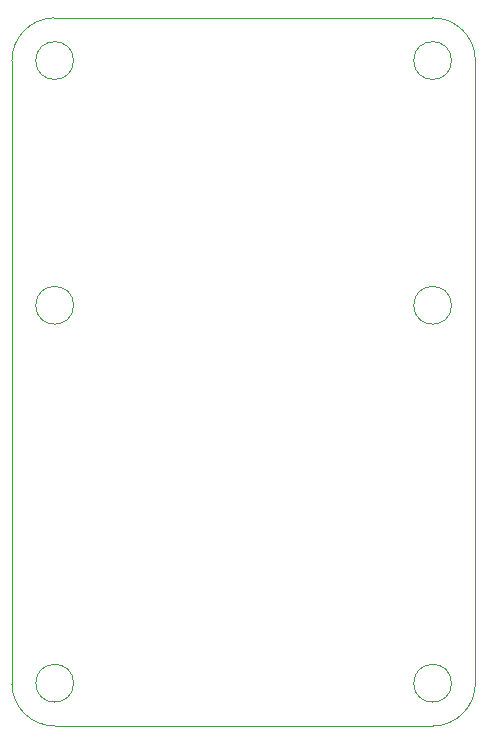
<source format=gbr>
G04 #@! TF.GenerationSoftware,KiCad,Pcbnew,(5.1.5-0-10_14)*
G04 #@! TF.CreationDate,2020-12-02T11:51:34+01:00*
G04 #@! TF.ProjectId,smartcitizen-adc-4-ch,736d6172-7463-4697-9469-7a656e2d6164,rev?*
G04 #@! TF.SameCoordinates,Original*
G04 #@! TF.FileFunction,Profile,NP*
%FSLAX46Y46*%
G04 Gerber Fmt 4.6, Leading zero omitted, Abs format (unit mm)*
G04 Created by KiCad (PCBNEW (5.1.5-0-10_14)) date 2020-12-02 11:51:34*
%MOMM*%
%LPD*%
G04 APERTURE LIST*
%ADD10C,0.050000*%
G04 APERTURE END LIST*
D10*
X175670044Y-110793387D02*
G75*
G02X172099999Y-114459999I-3620044J-46613D01*
G01*
X140096613Y-114460044D02*
G75*
G02X136430001Y-110889999I-46613J3620044D01*
G01*
X172003387Y-54499956D02*
G75*
G02X175669999Y-58070001I46613J-3620044D01*
G01*
X136429956Y-58166613D02*
G75*
G02X140000001Y-54500001I3620044J46613D01*
G01*
X136430001Y-110889999D02*
X136429956Y-58166613D01*
X175670044Y-110793387D02*
X175669999Y-58070001D01*
X172003387Y-54499956D02*
X140000001Y-54500001D01*
X173650000Y-78840000D02*
G75*
G03X173650000Y-78840000I-1600000J0D01*
G01*
X141650000Y-78840000D02*
G75*
G03X141650000Y-78840000I-1600000J0D01*
G01*
X140096613Y-114460044D02*
X172099999Y-114459999D01*
X141650000Y-110840000D02*
G75*
G03X141650000Y-110840000I-1600000J0D01*
G01*
X173650000Y-110840000D02*
G75*
G03X173650000Y-110840000I-1600000J0D01*
G01*
X141650000Y-58120000D02*
G75*
G03X141650000Y-58120000I-1600000J0D01*
G01*
X173650000Y-58120000D02*
G75*
G03X173650000Y-58120000I-1600000J0D01*
G01*
M02*

</source>
